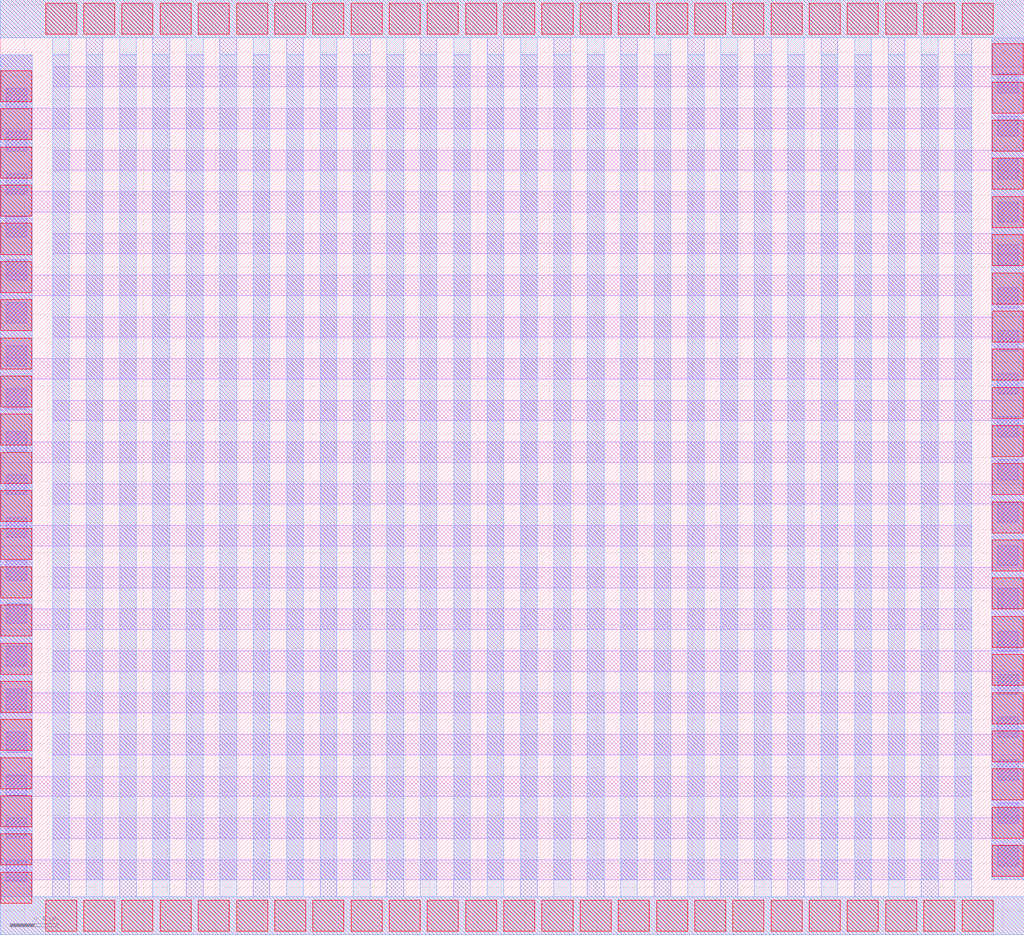
<source format=lef>
# Copyright 2020 The SkyWater PDK Authors
#
# Licensed under the Apache License, Version 2.0 (the "License");
# you may not use this file except in compliance with the License.
# You may obtain a copy of the License at
#
#     https://www.apache.org/licenses/LICENSE-2.0
#
# Unless required by applicable law or agreed to in writing, software
# distributed under the License is distributed on an "AS IS" BASIS,
# WITHOUT WARRANTIES OR CONDITIONS OF ANY KIND, either express or implied.
# See the License for the specific language governing permissions and
# limitations under the License.
#
# SPDX-License-Identifier: Apache-2.0

VERSION 5.7 ;
  NOWIREEXTENSIONATPIN ON ;
  DIVIDERCHAR "/" ;
  BUSBITCHARS "[]" ;
MACRO sky130_fd_pr__cap_vpp_08p6x07p8_l1m1m2_noshield_o2subcell
  CLASS BLOCK ;
  FOREIGN sky130_fd_pr__cap_vpp_08p6x07p8_l1m1m2_noshield_o2subcell ;
  ORIGIN  0.000000  0.000000 ;
  SIZE  8.580000 BY  7.840000 ;
  OBS
    LAYER li1 ;
      RECT 0.000000 0.320000 0.270000 0.460000 ;
      RECT 0.000000 0.460000 8.140000 0.630000 ;
      RECT 0.000000 0.630000 0.270000 1.160000 ;
      RECT 0.000000 1.160000 8.140000 1.330000 ;
      RECT 0.000000 1.330000 0.270000 1.860000 ;
      RECT 0.000000 1.860000 8.140000 2.030000 ;
      RECT 0.000000 2.030000 0.270000 2.560000 ;
      RECT 0.000000 2.560000 8.140000 2.730000 ;
      RECT 0.000000 2.730000 0.270000 3.260000 ;
      RECT 0.000000 3.260000 8.140000 3.430000 ;
      RECT 0.000000 3.430000 0.270000 3.960000 ;
      RECT 0.000000 3.960000 8.140000 4.130000 ;
      RECT 0.000000 4.130000 0.270000 4.660000 ;
      RECT 0.000000 4.660000 8.140000 4.830000 ;
      RECT 0.000000 4.830000 0.270000 5.360000 ;
      RECT 0.000000 5.360000 8.140000 5.530000 ;
      RECT 0.000000 5.530000 0.270000 6.060000 ;
      RECT 0.000000 6.060000 8.140000 6.230000 ;
      RECT 0.000000 6.230000 0.270000 6.760000 ;
      RECT 0.000000 6.760000 8.140000 6.930000 ;
      RECT 0.000000 6.930000 0.270000 7.380000 ;
      RECT 0.440000 0.810000 8.580000 0.980000 ;
      RECT 0.440000 1.510000 8.580000 1.680000 ;
      RECT 0.440000 2.210000 8.580000 2.380000 ;
      RECT 0.440000 2.910000 8.580000 3.080000 ;
      RECT 0.440000 3.610000 8.580000 3.780000 ;
      RECT 0.440000 4.310000 8.580000 4.480000 ;
      RECT 0.440000 5.010000 8.580000 5.180000 ;
      RECT 0.440000 5.710000 8.580000 5.880000 ;
      RECT 0.440000 6.410000 8.580000 6.580000 ;
      RECT 0.440000 7.110000 8.580000 7.280000 ;
      RECT 8.310000 0.460000 8.580000 0.810000 ;
      RECT 8.310000 0.980000 8.580000 1.510000 ;
      RECT 8.310000 1.680000 8.580000 2.210000 ;
      RECT 8.310000 2.380000 8.580000 2.910000 ;
      RECT 8.310000 3.080000 8.580000 3.610000 ;
      RECT 8.310000 3.780000 8.580000 4.310000 ;
      RECT 8.310000 4.480000 8.580000 5.010000 ;
      RECT 8.310000 5.180000 8.580000 5.710000 ;
      RECT 8.310000 5.880000 8.580000 6.410000 ;
      RECT 8.310000 6.580000 8.580000 7.110000 ;
      RECT 8.310000 7.280000 8.580000 7.520000 ;
    LAYER mcon ;
      RECT 0.050000 0.450000 0.220000 0.620000 ;
      RECT 0.050000 0.810000 0.220000 0.980000 ;
      RECT 0.050000 1.170000 0.220000 1.340000 ;
      RECT 0.050000 1.530000 0.220000 1.700000 ;
      RECT 0.050000 1.890000 0.220000 2.060000 ;
      RECT 0.050000 2.250000 0.220000 2.420000 ;
      RECT 0.050000 2.610000 0.220000 2.780000 ;
      RECT 0.050000 2.970000 0.220000 3.140000 ;
      RECT 0.050000 3.330000 0.220000 3.500000 ;
      RECT 0.050000 3.690000 0.220000 3.860000 ;
      RECT 0.050000 4.050000 0.220000 4.220000 ;
      RECT 0.050000 4.410000 0.220000 4.580000 ;
      RECT 0.050000 4.770000 0.220000 4.940000 ;
      RECT 0.050000 5.130000 0.220000 5.300000 ;
      RECT 0.050000 5.490000 0.220000 5.660000 ;
      RECT 0.050000 5.850000 0.220000 6.020000 ;
      RECT 0.050000 6.210000 0.220000 6.380000 ;
      RECT 0.050000 6.570000 0.220000 6.740000 ;
      RECT 0.050000 6.930000 0.220000 7.100000 ;
      RECT 8.360000 0.575000 8.530000 0.745000 ;
      RECT 8.360000 0.935000 8.530000 1.105000 ;
      RECT 8.360000 1.295000 8.530000 1.465000 ;
      RECT 8.360000 1.655000 8.530000 1.825000 ;
      RECT 8.360000 2.015000 8.530000 2.185000 ;
      RECT 8.360000 2.375000 8.530000 2.545000 ;
      RECT 8.360000 2.735000 8.530000 2.905000 ;
      RECT 8.360000 3.095000 8.530000 3.265000 ;
      RECT 8.360000 3.455000 8.530000 3.625000 ;
      RECT 8.360000 3.815000 8.530000 3.985000 ;
      RECT 8.360000 4.175000 8.530000 4.345000 ;
      RECT 8.360000 4.535000 8.530000 4.705000 ;
      RECT 8.360000 4.895000 8.530000 5.065000 ;
      RECT 8.360000 5.255000 8.530000 5.425000 ;
      RECT 8.360000 5.615000 8.530000 5.785000 ;
      RECT 8.360000 5.975000 8.530000 6.145000 ;
      RECT 8.360000 6.335000 8.530000 6.505000 ;
      RECT 8.360000 6.695000 8.530000 6.865000 ;
      RECT 8.360000 7.055000 8.530000 7.225000 ;
    LAYER met1 ;
      RECT 0.000000 0.000000 8.580000 0.320000 ;
      RECT 0.000000 0.320000 0.270000 7.380000 ;
      RECT 0.000000 7.520000 8.580000 7.840000 ;
      RECT 0.440000 0.320000 0.580000 7.380000 ;
      RECT 0.720000 0.460000 0.860000 7.520000 ;
      RECT 1.000000 0.320000 1.140000 7.380000 ;
      RECT 1.280000 0.460000 1.420000 7.520000 ;
      RECT 1.560000 0.320000 1.700000 7.380000 ;
      RECT 1.840000 0.460000 1.980000 7.520000 ;
      RECT 2.120000 0.320000 2.260000 7.380000 ;
      RECT 2.400000 0.460000 2.540000 7.520000 ;
      RECT 2.680000 0.320000 2.820000 7.380000 ;
      RECT 2.960000 0.460000 3.100000 7.520000 ;
      RECT 3.240000 0.320000 3.380000 7.380000 ;
      RECT 3.520000 0.460000 3.660000 7.520000 ;
      RECT 3.800000 0.320000 3.940000 7.380000 ;
      RECT 4.080000 0.460000 4.220000 7.520000 ;
      RECT 4.360000 0.320000 4.500000 7.380000 ;
      RECT 4.640000 0.460000 4.780000 7.520000 ;
      RECT 4.920000 0.320000 5.060000 7.380000 ;
      RECT 5.200000 0.460000 5.340000 7.520000 ;
      RECT 5.480000 0.320000 5.620000 7.380000 ;
      RECT 5.760000 0.460000 5.900000 7.520000 ;
      RECT 6.040000 0.320000 6.180000 7.380000 ;
      RECT 6.320000 0.460000 6.460000 7.520000 ;
      RECT 6.600000 0.320000 6.740000 7.380000 ;
      RECT 6.880000 0.460000 7.020000 7.520000 ;
      RECT 7.160000 0.320000 7.300000 7.380000 ;
      RECT 7.440000 0.460000 7.580000 7.520000 ;
      RECT 7.720000 0.320000 7.860000 7.380000 ;
      RECT 8.000000 0.460000 8.140000 7.520000 ;
      RECT 8.310000 0.460000 8.580000 7.520000 ;
    LAYER met2 ;
      RECT 0.000000 0.000000 8.580000 0.320000 ;
      RECT 0.000000 0.320000 0.270000 7.380000 ;
      RECT 0.000000 7.520000 8.580000 7.840000 ;
      RECT 0.440000 0.460000 0.580000 7.520000 ;
      RECT 0.720000 0.320000 0.860000 7.380000 ;
      RECT 1.000000 0.460000 1.140000 7.520000 ;
      RECT 1.280000 0.320000 1.420000 7.380000 ;
      RECT 1.560000 0.460000 1.700000 7.520000 ;
      RECT 1.840000 0.320000 1.980000 7.380000 ;
      RECT 2.120000 0.460000 2.260000 7.520000 ;
      RECT 2.400000 0.320000 2.540000 7.380000 ;
      RECT 2.680000 0.460000 2.820000 7.520000 ;
      RECT 2.960000 0.320000 3.100000 7.380000 ;
      RECT 3.240000 0.460000 3.380000 7.520000 ;
      RECT 3.520000 0.320000 3.660000 7.380000 ;
      RECT 3.800000 0.460000 3.940000 7.520000 ;
      RECT 4.080000 0.320000 4.220000 7.380000 ;
      RECT 4.360000 0.460000 4.500000 7.520000 ;
      RECT 4.640000 0.320000 4.780000 7.380000 ;
      RECT 4.920000 0.460000 5.060000 7.520000 ;
      RECT 5.200000 0.320000 5.340000 7.380000 ;
      RECT 5.480000 0.460000 5.620000 7.520000 ;
      RECT 5.760000 0.320000 5.900000 7.380000 ;
      RECT 6.040000 0.460000 6.180000 7.520000 ;
      RECT 6.320000 0.320000 6.460000 7.380000 ;
      RECT 6.600000 0.460000 6.740000 7.520000 ;
      RECT 6.880000 0.320000 7.020000 7.380000 ;
      RECT 7.160000 0.460000 7.300000 7.520000 ;
      RECT 7.440000 0.320000 7.580000 7.380000 ;
      RECT 7.720000 0.460000 7.860000 7.520000 ;
      RECT 8.000000 0.320000 8.140000 7.380000 ;
      RECT 8.310000 0.460000 8.580000 7.520000 ;
    LAYER via ;
      RECT 0.005000 0.265000 0.265000 0.525000 ;
      RECT 0.005000 0.585000 0.265000 0.845000 ;
      RECT 0.005000 0.905000 0.265000 1.165000 ;
      RECT 0.005000 1.225000 0.265000 1.485000 ;
      RECT 0.005000 1.545000 0.265000 1.805000 ;
      RECT 0.005000 1.865000 0.265000 2.125000 ;
      RECT 0.005000 2.185000 0.265000 2.445000 ;
      RECT 0.005000 2.505000 0.265000 2.765000 ;
      RECT 0.005000 2.825000 0.265000 3.085000 ;
      RECT 0.005000 3.145000 0.265000 3.405000 ;
      RECT 0.005000 3.465000 0.265000 3.725000 ;
      RECT 0.005000 3.785000 0.265000 4.045000 ;
      RECT 0.005000 4.105000 0.265000 4.365000 ;
      RECT 0.005000 4.425000 0.265000 4.685000 ;
      RECT 0.005000 4.745000 0.265000 5.005000 ;
      RECT 0.005000 5.065000 0.265000 5.325000 ;
      RECT 0.005000 5.385000 0.265000 5.645000 ;
      RECT 0.005000 5.705000 0.265000 5.965000 ;
      RECT 0.005000 6.025000 0.265000 6.285000 ;
      RECT 0.005000 6.345000 0.265000 6.605000 ;
      RECT 0.005000 6.665000 0.265000 6.925000 ;
      RECT 0.005000 6.985000 0.265000 7.245000 ;
      RECT 0.380000 0.030000 0.640000 0.290000 ;
      RECT 0.380000 7.550000 0.640000 7.810000 ;
      RECT 0.700000 0.030000 0.960000 0.290000 ;
      RECT 0.700000 7.550000 0.960000 7.810000 ;
      RECT 1.020000 0.030000 1.280000 0.290000 ;
      RECT 1.020000 7.550000 1.280000 7.810000 ;
      RECT 1.340000 0.030000 1.600000 0.290000 ;
      RECT 1.340000 7.550000 1.600000 7.810000 ;
      RECT 1.660000 0.030000 1.920000 0.290000 ;
      RECT 1.660000 7.550000 1.920000 7.810000 ;
      RECT 1.980000 0.030000 2.240000 0.290000 ;
      RECT 1.980000 7.550000 2.240000 7.810000 ;
      RECT 2.300000 0.030000 2.560000 0.290000 ;
      RECT 2.300000 7.550000 2.560000 7.810000 ;
      RECT 2.620000 0.030000 2.880000 0.290000 ;
      RECT 2.620000 7.550000 2.880000 7.810000 ;
      RECT 2.940000 0.030000 3.200000 0.290000 ;
      RECT 2.940000 7.550000 3.200000 7.810000 ;
      RECT 3.260000 0.030000 3.520000 0.290000 ;
      RECT 3.260000 7.550000 3.520000 7.810000 ;
      RECT 3.580000 0.030000 3.840000 0.290000 ;
      RECT 3.580000 7.550000 3.840000 7.810000 ;
      RECT 3.900000 0.030000 4.160000 0.290000 ;
      RECT 3.900000 7.550000 4.160000 7.810000 ;
      RECT 4.220000 0.030000 4.480000 0.290000 ;
      RECT 4.220000 7.550000 4.480000 7.810000 ;
      RECT 4.540000 0.030000 4.800000 0.290000 ;
      RECT 4.540000 7.550000 4.800000 7.810000 ;
      RECT 4.860000 0.030000 5.120000 0.290000 ;
      RECT 4.860000 7.550000 5.120000 7.810000 ;
      RECT 5.180000 0.030000 5.440000 0.290000 ;
      RECT 5.180000 7.550000 5.440000 7.810000 ;
      RECT 5.500000 0.030000 5.760000 0.290000 ;
      RECT 5.500000 7.550000 5.760000 7.810000 ;
      RECT 5.820000 0.030000 6.080000 0.290000 ;
      RECT 5.820000 7.550000 6.080000 7.810000 ;
      RECT 6.140000 0.030000 6.400000 0.290000 ;
      RECT 6.140000 7.550000 6.400000 7.810000 ;
      RECT 6.460000 0.030000 6.720000 0.290000 ;
      RECT 6.460000 7.550000 6.720000 7.810000 ;
      RECT 6.780000 0.030000 7.040000 0.290000 ;
      RECT 6.780000 7.550000 7.040000 7.810000 ;
      RECT 7.100000 0.030000 7.360000 0.290000 ;
      RECT 7.100000 7.550000 7.360000 7.810000 ;
      RECT 7.420000 0.030000 7.680000 0.290000 ;
      RECT 7.420000 7.550000 7.680000 7.810000 ;
      RECT 7.740000 0.030000 8.000000 0.290000 ;
      RECT 7.740000 7.550000 8.000000 7.810000 ;
      RECT 8.060000 0.030000 8.320000 0.290000 ;
      RECT 8.060000 7.550000 8.320000 7.810000 ;
      RECT 8.315000 0.490000 8.575000 0.750000 ;
      RECT 8.315000 0.810000 8.575000 1.070000 ;
      RECT 8.315000 1.130000 8.575000 1.390000 ;
      RECT 8.315000 1.450000 8.575000 1.710000 ;
      RECT 8.315000 1.770000 8.575000 2.030000 ;
      RECT 8.315000 2.090000 8.575000 2.350000 ;
      RECT 8.315000 2.410000 8.575000 2.670000 ;
      RECT 8.315000 2.730000 8.575000 2.990000 ;
      RECT 8.315000 3.050000 8.575000 3.310000 ;
      RECT 8.315000 3.370000 8.575000 3.630000 ;
      RECT 8.315000 3.690000 8.575000 3.950000 ;
      RECT 8.315000 4.010000 8.575000 4.270000 ;
      RECT 8.315000 4.330000 8.575000 4.590000 ;
      RECT 8.315000 4.650000 8.575000 4.910000 ;
      RECT 8.315000 4.970000 8.575000 5.230000 ;
      RECT 8.315000 5.290000 8.575000 5.550000 ;
      RECT 8.315000 5.610000 8.575000 5.870000 ;
      RECT 8.315000 5.930000 8.575000 6.190000 ;
      RECT 8.315000 6.250000 8.575000 6.510000 ;
      RECT 8.315000 6.570000 8.575000 6.830000 ;
      RECT 8.315000 6.890000 8.575000 7.150000 ;
      RECT 8.315000 7.210000 8.575000 7.470000 ;
  END
END sky130_fd_pr__cap_vpp_08p6x07p8_l1m1m2_noshield_o2subcell
END LIBRARY

</source>
